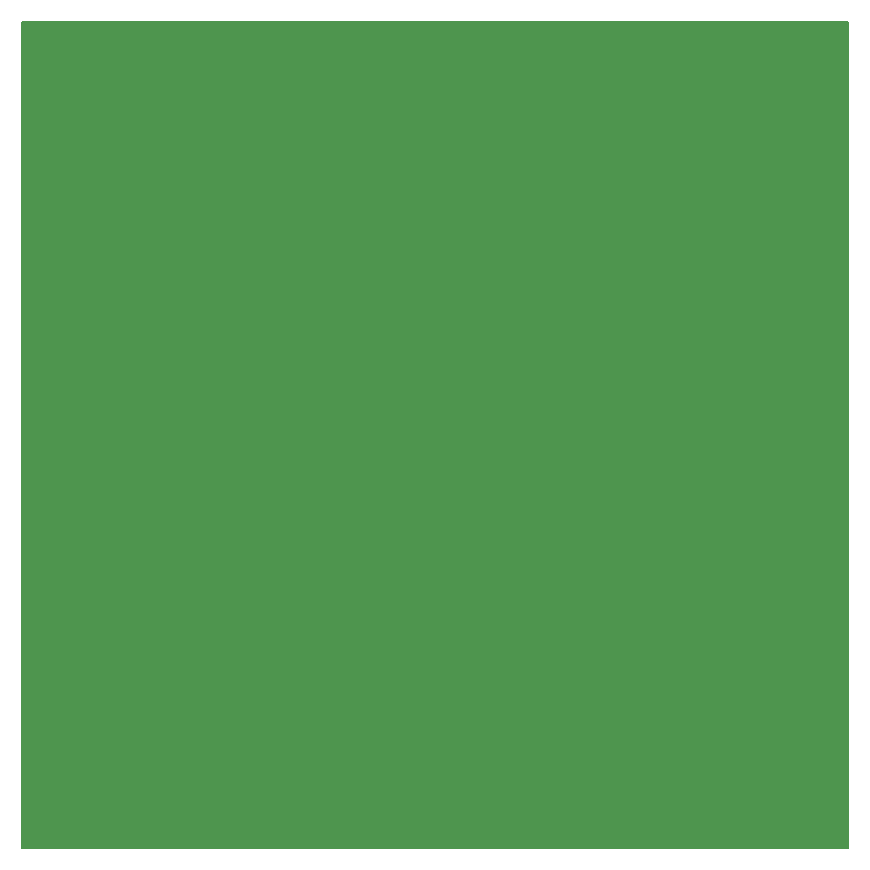
<source format=gbr>
%TF.GenerationSoftware,KiCad,Pcbnew,8.0.1*%
%TF.CreationDate,2024-03-25T08:35:16+01:00*%
%TF.ProjectId,rotary_switch_nv_scanner,726f7461-7279-45f7-9377-697463685f6e,rev?*%
%TF.SameCoordinates,Original*%
%TF.FileFunction,Soldermask,Top*%
%TF.FilePolarity,Negative*%
%FSLAX46Y46*%
G04 Gerber Fmt 4.6, Leading zero omitted, Abs format (unit mm)*
G04 Created by KiCad (PCBNEW 8.0.1) date 2024-03-25 08:35:16*
%MOMM*%
%LPD*%
G01*
G04 APERTURE LIST*
G04 Aperture macros list*
%AMRoundRect*
0 Rectangle with rounded corners*
0 $1 Rounding radius*
0 $2 $3 $4 $5 $6 $7 $8 $9 X,Y pos of 4 corners*
0 Add a 4 corners polygon primitive as box body*
4,1,4,$2,$3,$4,$5,$6,$7,$8,$9,$2,$3,0*
0 Add four circle primitives for the rounded corners*
1,1,$1+$1,$2,$3*
1,1,$1+$1,$4,$5*
1,1,$1+$1,$6,$7*
1,1,$1+$1,$8,$9*
0 Add four rect primitives between the rounded corners*
20,1,$1+$1,$2,$3,$4,$5,0*
20,1,$1+$1,$4,$5,$6,$7,0*
20,1,$1+$1,$6,$7,$8,$9,0*
20,1,$1+$1,$8,$9,$2,$3,0*%
G04 Aperture macros list end*
%ADD10C,0.150000*%
%ADD11C,5.700000*%
%ADD12C,3.200000*%
%ADD13RoundRect,0.250000X-0.250000X-0.750000X0.250000X-0.750000X0.250000X0.750000X-0.250000X0.750000X0*%
%ADD14RoundRect,0.200000X-0.317393X0.122010X-0.213866X-0.264360X0.317393X-0.122010X0.213866X0.264360X0*%
G04 APERTURE END LIST*
D10*
X110000000Y-61000000D02*
X180000000Y-61000000D01*
X180000000Y-131000000D01*
X110000000Y-131000000D01*
X110000000Y-61000000D01*
G36*
X110000000Y-61000000D02*
G01*
X180000000Y-61000000D01*
X180000000Y-131000000D01*
X110000000Y-131000000D01*
X110000000Y-61000000D01*
G37*
D11*
%TO.C,J11*%
X155000000Y-67000000D03*
%TD*%
%TO.C,J12*%
X135000000Y-67000000D03*
%TD*%
%TO.C,J10*%
X167000000Y-74000000D03*
%TD*%
%TO.C,J9*%
X174000000Y-86000000D03*
%TD*%
%TO.C,J8*%
X174000000Y-106000000D03*
%TD*%
%TO.C,J7*%
X167000000Y-118000000D03*
%TD*%
%TO.C,J6*%
X155000000Y-125000000D03*
%TD*%
%TO.C,J5*%
X135000000Y-125000000D03*
%TD*%
%TO.C,J4*%
X123000000Y-118000000D03*
%TD*%
%TO.C,J3*%
X116000000Y-106000000D03*
%TD*%
%TO.C,J2*%
X116000000Y-86000000D03*
%TD*%
%TO.C,J1*%
X123000000Y-74000000D03*
%TD*%
D12*
%TO.C,H5*%
X175000000Y-126000000D03*
%TD*%
%TO.C,H3*%
X175000000Y-66000000D03*
%TD*%
D13*
%TO.C,J14*%
X144540000Y-63000000D03*
%TD*%
D12*
%TO.C,H2*%
X115000000Y-66000000D03*
%TD*%
D13*
%TO.C,J13*%
X142000000Y-63000000D03*
%TD*%
D12*
%TO.C,H4*%
X115000000Y-126000000D03*
%TD*%
%TO.C,H1*%
X145000000Y-74000000D03*
%TD*%
D14*
%TO.C,R1*%
X141869400Y-72080735D03*
X142296450Y-73674511D03*
%TD*%
M02*

</source>
